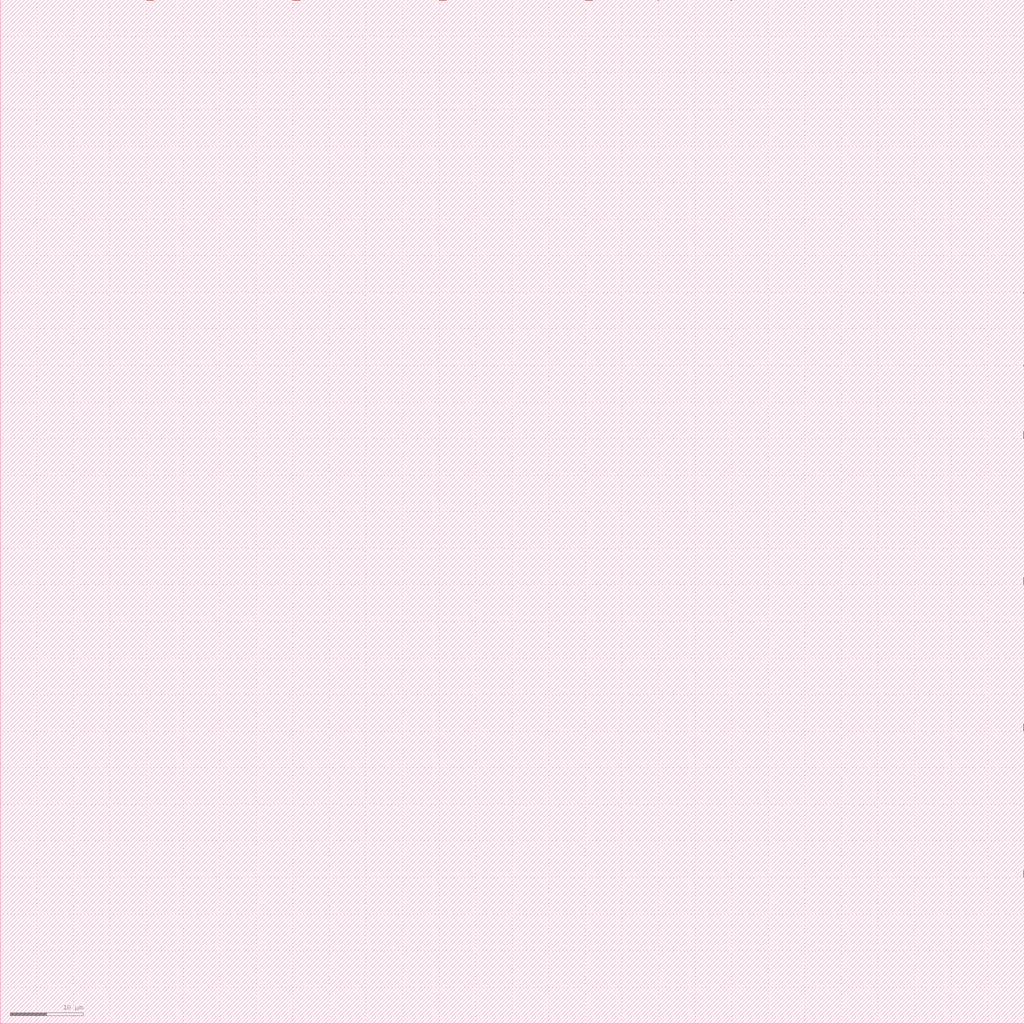
<source format=lef>
VERSION 5.8 ;

#NAMESCASESENSITIVE ON ;
USEMINSPACING OBS OFF ;
#BUSBITCHARS "[]" ;

# UNITS
# YBASE MICRON 1000 ;
# END UNITS

SITE IOSITE
  SYMMETRY Y ;
  CLASS PAD ;
  SIZE    1.000 BY 140.000 ;
END IOSITE

MACRO DUMMY_BUMP
  CLASS COVER BUMP ;
  ORIGIN 0 0 ;
  SIZE 45 BY 45 ;
  SYMMETRY X Y R90 ;
  PIN PAD
    DIRECTION INOUT ;
    PORT
      LAYER metal10 ;
        RECT 0.0 0.0 45.0 45.0 ;
    END
  END PAD
END DUMMY_BUMP

MACRO PADCELL_SIG_V
  CLASS PAD AREAIO ;
  ORIGIN 0 0 ;
  FOREIGN PADCELL_SIG_V 0 0 ;
  SIZE 25.0 BY 140 ;
  SYMMETRY X Y R90 ;
  SITE IOSITE ;
  PIN PAD 
    USE SIGNAL ;
    DIRECTION INOUT ;
    PORT
      CLASS BUMP ;
      LAYER metal9 ;
        RECT 10.0 50.0 20.0 55.0 ;
    END
  END PAD
  PIN A
    USE SIGNAL ;
    DIRECTION INPUT ;
    PORT
      CLASS CORE ;
      LAYER metal4 ;
        RECT 13.170 139.900 13.330 140.000 ;
      LAYER metal5 ; 
        RECT 13.170 139.900 13.330 140.000 ;
      LAYER metal6 ; 
        RECT 13.170 139.900 13.330 140.000 ;
      LAYER metal7 ; 
        RECT 13.170 139.900 13.330 140.000 ;
      LAYER metal8 ;
        RECT 13.170 139.900 13.330 140.000 ;
    END
  END A
  PIN Y
    USE SIGNAL ;
    DIRECTION OUTPUT ;
    PORT
      CLASS CORE ;
      LAYER metal4 ;
        RECT 28.936 139.900 29.096 140.000 ;
      LAYER metal5 ;
        RECT 28.936 139.900 29.096 140.000 ;
      LAYER metal6 ;
        RECT 28.936 139.900 29.096 140.000 ;
      LAYER metal7 ;
        RECT 28.936 139.900 29.096 140.000 ;
      LAYER metal8 ;
        RECT 28.936 139.900 29.096 140.000 ;
    END
  END Y
  PIN PU
    USE SIGNAL ;
    DIRECTION OUTPUT ;
    PORT
      CLASS CORE ;
      LAYER metal4 ;
        RECT 15.170 139.900 15.330 140.000 ;
      LAYER metal5 ;
        RECT 15.170 139.900 15.330 140.000 ;
      LAYER metal6 ;
        RECT 15.170 139.900 15.330 140.000 ;
      LAYER metal7 ;
        RECT 15.170 139.900 15.330 140.000 ;
      LAYER metal8 ;
        RECT 15.170 139.900 15.330 140.000 ;
    END
  END PU
  PIN OE
    USE SIGNAL ;
    DIRECTION OUTPUT ;
    PORT
      CLASS CORE ;
      LAYER metal4 ;
        RECT 15.170 139.900 15.330 140.000 ;
      LAYER metal5 ;
        RECT 15.170 139.900 15.330 140.000 ;
      LAYER metal6 ;
        RECT 15.170 139.900 15.330 140.000 ;
      LAYER metal7 ;
        RECT 15.170 139.900 15.330 140.000 ;
      LAYER metal8 ;
        RECT 15.170 139.900 15.330 140.000 ;
    END
  END OE
  PIN RETN
    USE SIGNAL ;
    DIRECTION INPUT ;
    SHAPE ABUTMENT ;
    PORT 
      LAYER metal4 ;
        RECT  0.000  99.900  0.100 100.00 ;
      LAYER metal4 ;
        RECT 24.900  99.900 25.000 100.00 ;
    END
  END RETN
  PIN SNS
    USE SIGNAL ;
    DIRECTION INPUT ;
    SHAPE ABUTMENT ;
    PORT 
      LAYER metal4 ;
        RECT  0.000  89.900  0.100 90.00 ;
      LAYER metal4 ;
        RECT 24.900  89.900 25.000 90.00 ;
    END
  END SNS
  PIN VDD
    USE POWER ;
    PORT
      CLASS CORE ;
      LAYER metal4 ;
      RECT 0.000 20.0 0.100 21.0 ;
      LAYER metal4 ;
      RECT 24.90 20.0 25.00 21.0 ;
    END
  END VDD
  PIN VSS
    USE GROUND ;
    PORT
      CLASS CORE ;
      LAYER metal4 ;
      RECT 0.000 40.0 0.100 41.0 ;
      LAYER metal4 ;
      RECT 24.90 40.0 25.00 41.0 ;
    END
  END VSS
  PIN DVDD
    USE POWER ;
    PORT
      CLASS CORE ;
      LAYER metal4 ;
      RECT 0.000 60.0 0.100 61.0 ;
      LAYER metal4 ;
      RECT 24.90 60.0 25.00 61.0 ;
    END
  END DVDD
  PIN DVSS
    USE GROUND ;
    PORT
      CLASS CORE ;
      LAYER metal4 ;
      RECT 0.000 80.0 0.100 81.0 ;
      LAYER metal4 ;
      RECT 24.90 80.0 25.00 81.0 ;
    END
  END DVSS
END PADCELL_SIG_V

MACRO PADCELL_SIG_H
  CLASS PAD AREAIO ;
  ORIGIN 0 0 ;
  SIZE 25.0 BY 140 ;
  SYMMETRY X Y R90 ;
  PIN PAD 
    DIRECTION INOUT ;
    PORT
      LAYER metal9 ;
        RECT 10.0 50.0 20.0 55.0 ;
    END
  END PAD
  PIN A
    USE SIGNAL ;
    DIRECTION INPUT ;
    PORT
      CLASS CORE ;
      LAYER metal4 ;
        RECT 13.170 104.900 13.330 105.000 ;
      LAYER metal5 ; 
        RECT 13.170 104.900 13.330 105.000 ;
      LAYER metal6 ; 
        RECT 13.170 104.900 13.330 105.000 ;
      LAYER metal7 ; 
        RECT 13.170 104.900 13.330 105.000 ;
      LAYER metal8 ;
        RECT 13.170 104.900 13.330 105.000 ;
    END
  END A
  PIN Y
    USE SIGNAL ;
    DIRECTION OUTPUT ;
    PORT
      CLASS CORE ;
      LAYER metal4 ;
        RECT 28.936 104.900 29.096 105.000 ;
      LAYER metal5 ; 
        RECT 28.936 104.900 29.096 105.000 ;
      LAYER metal6 ; 
        RECT 28.936 104.900 29.096 105.000 ;
      LAYER metal7 ; 
        RECT 28.936 104.900 29.096 105.000 ;
      LAYER metal8 ; 
        RECT 28.936 104.900 29.096 105.000 ;
      LAYER metal9 ; 
        RECT 28.936 104.900 29.096 105.000 ;
    END
  END Y
  PIN PU
    USE SIGNAL ;
    DIRECTION OUTPUT ;
    PORT
      CLASS CORE ;
      LAYER metal4 ;
        RECT 15.170 139.900 15.330 140.000 ;
      LAYER metal5 ;
        RECT 15.170 139.900 15.330 140.000 ;
      LAYER metal6 ;
        RECT 15.170 139.900 15.330 140.000 ;
      LAYER metal7 ;
        RECT 15.170 139.900 15.330 140.000 ;
      LAYER metal8 ;
        RECT 15.170 139.900 15.330 140.000 ;
    END
  END PU
  PIN OE
    USE SIGNAL ;
    DIRECTION OUTPUT ;
    PORT
      CLASS CORE ;
      LAYER metal4 ;
        RECT 15.170 139.900 15.330 140.000 ;
      LAYER metal5 ;
        RECT 15.170 139.900 15.330 140.000 ;
      LAYER metal6 ;
        RECT 15.170 139.900 15.330 140.000 ;
      LAYER metal7 ;
        RECT 15.170 139.900 15.330 140.000 ;
      LAYER metal8 ;
        RECT 15.170 139.900 15.330 140.000 ;
    END
  END OE
  PIN RETN
    USE SIGNAL ;
    DIRECTION INPUT ;
    SHAPE ABUTMENT ;
    PORT 
      LAYER metal4 ;
        RECT  0.000  99.900  0.100 100.00 ;
      LAYER metal4 ;
        RECT 24.900  99.900 25.000 100.00 ;
    END
  END RETN
  PIN SNS
    USE SIGNAL ;
    DIRECTION INPUT ;
    SHAPE ABUTMENT ;
    PORT 
      LAYER metal4 ;
        RECT  0.000  89.900  0.100 90.00 ;
      LAYER metal4 ;
        RECT 24.900  89.900 25.000 90.00 ;
    END
  END SNS
  PIN VDD
    USE POWER ;
    PORT
      CLASS CORE ;
      LAYER metal4 ;
      RECT 0.000 20.0 0.100 21.0 ;
      LAYER metal4 ;
      RECT 24.90 20.0 25.00 21.0 ;
    END
  END VDD
  PIN VSS
    USE GROUND ;
    PORT
      CLASS CORE ;
      LAYER metal4 ;
      RECT 0.000 40.0 0.100 41.0 ;
      LAYER metal4 ;
      RECT 24.90 40.0 25.00 41.0 ;
    END
  END VSS
  PIN DVDD
    USE POWER ;
    PORT
      CLASS CORE ;
      LAYER metal4 ;
      RECT 0.000 60.0 0.100 61.0 ;
      LAYER metal4 ;
      RECT 24.90 60.0 25.00 61.0 ;
    END
  END DVDD
  PIN DVSS
    USE GROUND ;
    PORT
      CLASS CORE ;
      LAYER metal4 ;
      RECT 0.000 80.0 0.100 81.0 ;
      LAYER metal4 ;
      RECT 24.90 80.0 25.00 81.0 ;
    END
  END DVSS
END PADCELL_SIG_H

MACRO PADCELL_VDD_V
  CLASS PAD AREAIO ;
  ORIGIN 0 0 ;
  SIZE 25.0 BY 140 ;
  SYMMETRY X Y R90 ;
  PIN VDD
    DIRECTION INOUT ;
    USE POWER ;
    SHAPE ABUTMENT ;
    PORT
      CLASS BUMP ;
      LAYER metal9 ;
        RECT 10.0 50.0 20.0 55.0 ;
    END
    PORT
      CLASS CORE ;
      LAYER metal4 ;
      RECT 23.155 104.900 23.945 105.000 ;
      LAYER metal4 ;
      RECT 20.995 104.900 21.785 105.000 ;
      LAYER metal4 ;
      RECT 18.835 104.900 19.625 105.000 ;
      LAYER metal4 ;
      RECT 16.565 104.900 17.355 105.000 ;
      LAYER metal4 ;
      RECT 14.295 104.900 15.085 105.000 ;
      LAYER metal4 ;
      RECT 12.135 104.900 12.925 105.000 ;
      LAYER metal4 ;
      RECT 9.975 104.900 10.765 105.000 ;
      LAYER metal4 ;
      RECT 7.815 104.900 8.605 105.000 ;
      LAYER metal4 ;
      RECT 5.655 104.900 6.445 105.000 ;
      LAYER metal4 ;
      RECT 3.495 104.900 4.285 105.000 ;
      LAYER metal4 ;
      RECT 1.335 104.900 2.125 105.000 ;
      LAYER metal5 ;
      RECT 23.155 104.900 23.945 105.000 ;
      LAYER metal5 ;
      RECT 20.995 104.900 21.785 105.000 ;
      LAYER metal5 ;
      RECT 18.835 104.900 19.625 105.000 ;
      LAYER metal5 ;
      RECT 16.565 104.900 17.355 105.000 ;
      LAYER metal5 ;
      RECT 14.295 104.900 15.085 105.000 ;
      LAYER metal5 ;
      RECT 12.135 104.900 12.925 105.000 ;
      LAYER metal5 ;
      RECT 9.975 104.900 10.765 105.000 ;
      LAYER metal5 ;
      RECT 7.815 104.900 8.605 105.000 ;
      LAYER metal5 ;
      RECT 5.655 104.900 6.445 105.000 ;
      LAYER metal5 ;
      RECT 3.495 104.900 4.285 105.000 ;
      LAYER metal5 ;
      RECT 1.335 104.900 2.125 105.000 ;
      LAYER metal6 ;
      RECT 23.155 104.900 23.945 105.000 ;
      LAYER metal6 ;
      RECT 20.995 104.900 21.785 105.000 ;
      LAYER metal6 ;
      RECT 18.835 104.900 19.625 105.000 ;
      LAYER metal6 ;
      RECT 16.565 104.900 17.355 105.000 ;
      LAYER metal6 ;
      RECT 14.295 104.900 15.085 105.000 ;
      LAYER metal6 ;
      RECT 12.135 104.900 12.925 105.000 ;
      LAYER metal6 ;
      RECT 9.975 104.900 10.765 105.000 ;
      LAYER metal6 ;
      RECT 7.815 104.900 8.605 105.000 ;
      LAYER metal6 ;
      RECT 5.655 104.900 6.445 105.000 ;
      LAYER metal6 ;
      RECT 3.495 104.900 4.285 105.000 ;
      LAYER metal6 ;
      RECT 1.335 104.900 2.125 105.000 ;
      LAYER metal7 ;
      RECT 23.155 104.900 23.945 105.000 ;
      LAYER metal7 ;
      RECT 20.995 104.900 21.785 105.000 ;
      LAYER metal7 ;
      RECT 18.835 104.900 19.625 105.000 ;
      LAYER metal7 ;
      RECT 16.565 104.900 17.355 105.000 ;
      LAYER metal7 ;
      RECT 14.295 104.900 15.085 105.000 ;
      LAYER metal7 ;
      RECT 12.135 104.900 12.925 105.000 ;
      LAYER metal7 ;
      RECT 9.975 104.900 10.765 105.000 ;
      LAYER metal7 ;
      RECT 7.815 104.900 8.605 105.000 ;
      LAYER metal7 ;
      RECT 5.655 104.900 6.445 105.000 ;
      LAYER metal7 ;
      RECT 3.495 104.900 4.285 105.000 ;
      LAYER metal7 ;
      RECT 1.335 104.900 2.125 105.000 ;
      LAYER metal8 ;
      RECT 23.155 104.900 23.945 105.000 ;
      LAYER metal8 ;
      RECT 20.995 104.900 21.785 105.000 ;
      LAYER metal8 ;
      RECT 18.835 104.900 19.625 105.000 ;
      LAYER metal8 ;
      RECT 16.565 104.900 17.355 105.000 ;
      LAYER metal8 ;
      RECT 14.295 104.900 15.085 105.000 ;
      LAYER metal8 ;
      RECT 12.135 104.900 12.925 105.000 ;
      LAYER metal8 ;
      RECT 9.975 104.900 10.765 105.000 ;
      LAYER metal8 ;
      RECT 7.815 104.900 8.605 105.000 ;
      LAYER metal8 ;
      RECT 5.655 104.900 6.445 105.000 ;
      LAYER metal8 ;
      RECT 3.495 104.900 4.285 105.000 ;
      LAYER metal8 ;
      RECT 1.335 104.900 2.125 105.000 ;
      LAYER metal4 ;
      RECT 0.000 20.0 0.100 21.0 ;
      LAYER metal4 ;
      RECT 24.90 20.0 25.00 21.0 ;
    END
  END VDD
  PIN VSS
    USE GROUND ;
    PORT
      CLASS CORE ;
      LAYER metal4 ;
      RECT 0.000 40.0 0.100 41.0 ;
      LAYER metal4 ;
      RECT 24.90 40.0 25.00 41.0 ;
    END
  END VSS
  PIN DVDD
    USE POWER ;
    PORT
      CLASS CORE ;
      LAYER metal4 ;
      RECT 0.000 60.0 0.100 61.0 ;
      LAYER metal4 ;
      RECT 24.90 60.0 25.00 61.0 ;
    END
  END DVDD
  PIN DVSS
    USE GROUND ;
    PORT
      CLASS CORE ;
      LAYER metal4 ;
      RECT 0.000 80.0 0.100 81.0 ;
      LAYER metal4 ;
      RECT 24.90 80.0 25.00 81.0 ;
    END
  END DVSS
  PIN RETN
    USE SIGNAL ;
    DIRECTION INPUT ;
    SHAPE ABUTMENT ;
    PORT 
      LAYER metal4 ;
        RECT  0.000  99.900  0.100 100.00 ;
      LAYER metal4 ;
        RECT 24.900  99.900 25.000 100.00 ;
    END
  END RETN
  PIN SNS
    USE SIGNAL ;
    DIRECTION INPUT ;
    SHAPE ABUTMENT ;
    PORT 
      LAYER metal4 ;
        RECT  0.000  89.900  0.100 90.00 ;
      LAYER metal4 ;
        RECT 24.900  89.900 25.000 90.00 ;
    END
  END SNS
END PADCELL_VDD_V

MACRO PADCELL_VDD_H
  CLASS PAD AREAIO ;
  ORIGIN 0 0 ;
  SIZE 25.0 BY 140 ;
  SYMMETRY X Y R90 ;
  PIN VDD
    DIRECTION INOUT ;
    USE POWER ;
    SHAPE ABUTMENT ;
    PORT
      CLASS BUMP ;
      LAYER metal9 ;
        RECT 10.0 50.0 20.0 55.0 ;
    END
    PORT
      CLASS CORE ;
      LAYER metal4 ;
      RECT 23.155 104.900 23.945 105.000 ;
      LAYER metal4 ;
      RECT 20.995 104.900 21.785 105.000 ;
      LAYER metal4 ;
      RECT 18.835 104.900 19.625 105.000 ;
      LAYER metal4 ;
      RECT 16.565 104.900 17.355 105.000 ;
      LAYER metal4 ;
      RECT 14.295 104.900 15.085 105.000 ;
      LAYER metal4 ;
      RECT 12.135 104.900 12.925 105.000 ;
      LAYER metal4 ;
      RECT 9.975 104.900 10.765 105.000 ;
      LAYER metal4 ;
      RECT 7.815 104.900 8.605 105.000 ;
      LAYER metal4 ;
      RECT 5.655 104.900 6.445 105.000 ;
      LAYER metal4 ;
      RECT 3.495 104.900 4.285 105.000 ;
      LAYER metal4 ;
      RECT 1.335 104.900 2.125 105.000 ;
      LAYER metal5 ;
      RECT 23.155 104.900 23.945 105.000 ;
      LAYER metal5 ;
      RECT 20.995 104.900 21.785 105.000 ;
      LAYER metal5 ;
      RECT 18.835 104.900 19.625 105.000 ;
      LAYER metal5 ;
      RECT 16.565 104.900 17.355 105.000 ;
      LAYER metal5 ;
      RECT 14.295 104.900 15.085 105.000 ;
      LAYER metal5 ;
      RECT 12.135 104.900 12.925 105.000 ;
      LAYER metal5 ;
      RECT 9.975 104.900 10.765 105.000 ;
      LAYER metal5 ;
      RECT 7.815 104.900 8.605 105.000 ;
      LAYER metal5 ;
      RECT 5.655 104.900 6.445 105.000 ;
      LAYER metal5 ;
      RECT 3.495 104.900 4.285 105.000 ;
      LAYER metal5 ;
      RECT 1.335 104.900 2.125 105.000 ;
      LAYER metal6 ;
      RECT 23.155 104.900 23.945 105.000 ;
      LAYER metal6 ;
      RECT 20.995 104.900 21.785 105.000 ;
      LAYER metal6 ;
      RECT 18.835 104.900 19.625 105.000 ;
      LAYER metal6 ;
      RECT 16.565 104.900 17.355 105.000 ;
      LAYER metal6 ;
      RECT 14.295 104.900 15.085 105.000 ;
      LAYER metal6 ;
      RECT 12.135 104.900 12.925 105.000 ;
      LAYER metal6 ;
      RECT 9.975 104.900 10.765 105.000 ;
      LAYER metal6 ;
      RECT 7.815 104.900 8.605 105.000 ;
      LAYER metal6 ;
      RECT 5.655 104.900 6.445 105.000 ;
      LAYER metal6 ;
      RECT 3.495 104.900 4.285 105.000 ;
      LAYER metal6 ;
      RECT 1.335 104.900 2.125 105.000 ;
      LAYER metal7 ;
      RECT 23.155 104.900 23.945 105.000 ;
      LAYER metal7 ;
      RECT 20.995 104.900 21.785 105.000 ;
      LAYER metal7 ;
      RECT 18.835 104.900 19.625 105.000 ;
      LAYER metal7 ;
      RECT 16.565 104.900 17.355 105.000 ;
      LAYER metal7 ;
      RECT 14.295 104.900 15.085 105.000 ;
      LAYER metal7 ;
      RECT 12.135 104.900 12.925 105.000 ;
      LAYER metal7 ;
      RECT 9.975 104.900 10.765 105.000 ;
      LAYER metal7 ;
      RECT 7.815 104.900 8.605 105.000 ;
      LAYER metal7 ;
      RECT 5.655 104.900 6.445 105.000 ;
      LAYER metal7 ;
      RECT 3.495 104.900 4.285 105.000 ;
      LAYER metal7 ;
      RECT 1.335 104.900 2.125 105.000 ;
      LAYER metal8 ;
      RECT 23.155 104.900 23.945 105.000 ;
      LAYER metal8 ;
      RECT 20.995 104.900 21.785 105.000 ;
      LAYER metal8 ;
      RECT 18.835 104.900 19.625 105.000 ;
      LAYER metal8 ;
      RECT 16.565 104.900 17.355 105.000 ;
      LAYER metal8 ;
      RECT 14.295 104.900 15.085 105.000 ;
      LAYER metal8 ;
      RECT 12.135 104.900 12.925 105.000 ;
      LAYER metal8 ;
      RECT 9.975 104.900 10.765 105.000 ;
      LAYER metal8 ;
      RECT 7.815 104.900 8.605 105.000 ;
      LAYER metal8 ;
      RECT 5.655 104.900 6.445 105.000 ;
      LAYER metal8 ;
      RECT 3.495 104.900 4.285 105.000 ;
      LAYER metal8 ;
      RECT 1.335 104.900 2.125 105.000 ;
      LAYER metal4 ;
      RECT 0.000 20.0 0.100 21.0 ;
      LAYER metal4 ;
      RECT 24.90 20.0 25.00 21.0 ;
    END
  END VDD
  PIN VSS
    USE GROUND ;
    PORT
      CLASS CORE ;
      LAYER metal4 ;
      RECT 0.000 40.0 0.100 41.0 ;
      LAYER metal4 ;
      RECT 24.90 40.0 25.00 41.0 ;
    END
  END VSS
  PIN DVDD
    USE POWER ;
    PORT
      CLASS CORE ;
      LAYER metal4 ;
      RECT 0.000 60.0 0.100 61.0 ;
      LAYER metal4 ;
      RECT 24.90 60.0 25.00 61.0 ;
    END
  END DVDD
  PIN DVSS
    USE GROUND ;
    PORT
      CLASS CORE ;
      LAYER metal4 ;
      RECT 0.000 80.0 0.100 81.0 ;
      LAYER metal4 ;
      RECT 24.90 80.0 25.00 81.0 ;
    END
  END DVSS
  PIN RETN
    USE SIGNAL ;
    DIRECTION INPUT ;
    SHAPE ABUTMENT ;
    PORT 
      LAYER metal4 ;
        RECT  0.000  99.900  0.100 100.00 ;
      LAYER metal4 ;
        RECT 24.900  99.900 25.000 100.00 ;
    END
  END RETN
  PIN SNS
    USE SIGNAL ;
    DIRECTION INPUT ;
    SHAPE ABUTMENT ;
    PORT 
      LAYER metal4 ;
        RECT  0.000  89.900  0.100 90.00 ;
      LAYER metal4 ;
        RECT 24.900  89.900 25.000 90.00 ;
    END
  END SNS
END PADCELL_VDD_H

MACRO PADCELL_VSS_H
  CLASS PAD AREAIO ;
  ORIGIN 0 0 ;
  SIZE 25.0 BY 140 ;
  SYMMETRY X Y R90 ;
  PIN VSS
    DIRECTION INOUT ;
    USE GROUND ;
    SHAPE ABUTMENT ;
    PORT
      CLASS BUMP ;
      LAYER metal9 ;
        RECT 10.0 50.0 20.0 55.0 ;
    END
    PORT
      CLASS CORE ;
      LAYER metal4 ;
      RECT 23.155 104.900 23.945 105.000 ;
      LAYER metal4 ;
      RECT 20.995 104.900 21.785 105.000 ;
      LAYER metal4 ;
      RECT 18.835 104.900 19.625 105.000 ;
      LAYER metal4 ;
      RECT 16.565 104.900 17.355 105.000 ;
      LAYER metal4 ;
      RECT 14.295 104.900 15.085 105.000 ;
      LAYER metal4 ;
      RECT 12.135 104.900 12.925 105.000 ;
      LAYER metal4 ;
      RECT 9.975 104.900 10.765 105.000 ;
      LAYER metal4 ;
      RECT 7.815 104.900 8.605 105.000 ;
      LAYER metal4 ;
      RECT 5.655 104.900 6.445 105.000 ;
      LAYER metal4 ;
      RECT 3.495 104.900 4.285 105.000 ;
      LAYER metal4 ;
      RECT 1.335 104.900 2.125 105.000 ;
      LAYER metal5 ;
      RECT 23.155 104.900 23.945 105.000 ;
      LAYER metal5 ;
      RECT 20.995 104.900 21.785 105.000 ;
      LAYER metal5 ;
      RECT 18.835 104.900 19.625 105.000 ;
      LAYER metal5 ;
      RECT 16.565 104.900 17.355 105.000 ;
      LAYER metal5 ;
      RECT 14.295 104.900 15.085 105.000 ;
      LAYER metal5 ;
      RECT 12.135 104.900 12.925 105.000 ;
      LAYER metal5 ;
      RECT 9.975 104.900 10.765 105.000 ;
      LAYER metal5 ;
      RECT 7.815 104.900 8.605 105.000 ;
      LAYER metal5 ;
      RECT 5.655 104.900 6.445 105.000 ;
      LAYER metal5 ;
      RECT 3.495 104.900 4.285 105.000 ;
      LAYER metal5 ;
      RECT 1.335 104.900 2.125 105.000 ;
      LAYER metal6 ;
      RECT 23.155 104.900 23.945 105.000 ;
      LAYER metal6 ;
      RECT 20.995 104.900 21.785 105.000 ;
      LAYER metal6 ;
      RECT 18.835 104.900 19.625 105.000 ;
      LAYER metal6 ;
      RECT 16.565 104.900 17.355 105.000 ;
      LAYER metal6 ;
      RECT 14.295 104.900 15.085 105.000 ;
      LAYER metal6 ;
      RECT 12.135 104.900 12.925 105.000 ;
      LAYER metal6 ;
      RECT 9.975 104.900 10.765 105.000 ;
      LAYER metal6 ;
      RECT 7.815 104.900 8.605 105.000 ;
      LAYER metal6 ;
      RECT 5.655 104.900 6.445 105.000 ;
      LAYER metal6 ;
      RECT 3.495 104.900 4.285 105.000 ;
      LAYER metal6 ;
      RECT 1.335 104.900 2.125 105.000 ;
      LAYER metal7 ;
      RECT 23.155 104.900 23.945 105.000 ;
      LAYER metal7 ;
      RECT 20.995 104.900 21.785 105.000 ;
      LAYER metal7 ;
      RECT 18.835 104.900 19.625 105.000 ;
      LAYER metal7 ;
      RECT 16.565 104.900 17.355 105.000 ;
      LAYER metal7 ;
      RECT 14.295 104.900 15.085 105.000 ;
      LAYER metal7 ;
      RECT 12.135 104.900 12.925 105.000 ;
      LAYER metal7 ;
      RECT 9.975 104.900 10.765 105.000 ;
      LAYER metal7 ;
      RECT 7.815 104.900 8.605 105.000 ;
      LAYER metal7 ;
      RECT 5.655 104.900 6.445 105.000 ;
      LAYER metal7 ;
      RECT 3.495 104.900 4.285 105.000 ;
      LAYER metal7 ;
      RECT 1.335 104.900 2.125 105.000 ;
      LAYER metal8 ;
      RECT 23.155 104.900 23.945 105.000 ;
      LAYER metal8 ;
      RECT 20.995 104.900 21.785 105.000 ;
      LAYER metal8 ;
      RECT 18.835 104.900 19.625 105.000 ;
      LAYER metal8 ;
      RECT 16.565 104.900 17.355 105.000 ;
      LAYER metal8 ;
      RECT 14.295 104.900 15.085 105.000 ;
      LAYER metal8 ;
      RECT 12.135 104.900 12.925 105.000 ;
      LAYER metal8 ;
      RECT 9.975 104.900 10.765 105.000 ;
      LAYER metal8 ;
      RECT 7.815 104.900 8.605 105.000 ;
      LAYER metal8 ;
      RECT 5.655 104.900 6.445 105.000 ;
      LAYER metal8 ;
      RECT 3.495 104.900 4.285 105.000 ;
      LAYER metal8 ;
      RECT 1.335 104.900 2.125 105.000 ;
      LAYER metal4 ;
      RECT 0.000 40.0 0.100 41.0 ;
      LAYER metal4 ;
      RECT 24.90 40.0 25.00 41.0 ;
    END
  END VSS
  PIN VDD
    USE POWER ;
    PORT
      CLASS CORE ;
      LAYER metal4 ;
      RECT 0.000 20.0 0.100 21.0 ;
      LAYER metal4 ;
      RECT 24.90 20.0 25.00 21.0 ;
    END
  END VDD
  PIN DVDD
    USE POWER ;
    PORT
      CLASS CORE ;
      LAYER metal4 ;
      RECT 0.000 60.0 0.100 61.0 ;
      LAYER metal4 ;
      RECT 24.90 60.0 25.00 61.0 ;
    END
  END DVDD
  PIN DVSS
    USE GROUND ;
    PORT
      CLASS CORE ;
      LAYER metal4 ;
      RECT 0.000 80.0 0.100 81.0 ;
      LAYER metal4 ;
      RECT 24.90 80.0 25.00 81.0 ;
    END
  END DVSS
  PIN RETN
    USE SIGNAL ;
    DIRECTION INPUT ;
    SHAPE ABUTMENT ;
    PORT 
      LAYER metal4 ;
        RECT  0.000  99.900  0.100 100.00 ;
      LAYER metal4 ;
        RECT 24.900  99.900 25.000 100.00 ;
    END
  END RETN
  PIN SNS
    USE SIGNAL ;
    DIRECTION INPUT ;
    SHAPE ABUTMENT ;
    PORT 
      LAYER metal4 ;
        RECT  0.000  89.900  0.100 90.00 ;
      LAYER metal4 ;
        RECT 24.900  89.900 25.000 90.00 ;
    END
  END SNS
END PADCELL_VSS_H

MACRO PADCELL_VSS_V
  CLASS PAD AREAIO ;
  ORIGIN 0 0 ;
  SIZE 25.0 BY 140 ;
  SYMMETRY X Y R90 ;
  PIN VSS
    DIRECTION INOUT ;
    USE GROUND ;
    SHAPE ABUTMENT ;
    PORT
      CLASS BUMP ;
      LAYER metal9 ;
        RECT 10.0 50.0 20.0 55.0 ;
    END
    PORT
      CLASS CORE ;
      LAYER metal4 ;
      RECT 23.155 104.900 23.945 105.000 ;
      LAYER metal4 ;
      RECT 20.995 104.900 21.785 105.000 ;
      LAYER metal4 ;
      RECT 18.835 104.900 19.625 105.000 ;
      LAYER metal4 ;
      RECT 16.565 104.900 17.355 105.000 ;
      LAYER metal4 ;
      RECT 14.295 104.900 15.085 105.000 ;
      LAYER metal4 ;
      RECT 12.135 104.900 12.925 105.000 ;
      LAYER metal4 ;
      RECT 9.975 104.900 10.765 105.000 ;
      LAYER metal4 ;
      RECT 7.815 104.900 8.605 105.000 ;
      LAYER metal4 ;
      RECT 5.655 104.900 6.445 105.000 ;
      LAYER metal4 ;
      RECT 3.495 104.900 4.285 105.000 ;
      LAYER metal4 ;
      RECT 1.335 104.900 2.125 105.000 ;
      LAYER metal5 ;
      RECT 23.155 104.900 23.945 105.000 ;
      LAYER metal5 ;
      RECT 20.995 104.900 21.785 105.000 ;
      LAYER metal5 ;
      RECT 18.835 104.900 19.625 105.000 ;
      LAYER metal5 ;
      RECT 16.565 104.900 17.355 105.000 ;
      LAYER metal5 ;
      RECT 14.295 104.900 15.085 105.000 ;
      LAYER metal5 ;
      RECT 12.135 104.900 12.925 105.000 ;
      LAYER metal5 ;
      RECT 9.975 104.900 10.765 105.000 ;
      LAYER metal5 ;
      RECT 7.815 104.900 8.605 105.000 ;
      LAYER metal5 ;
      RECT 5.655 104.900 6.445 105.000 ;
      LAYER metal5 ;
      RECT 3.495 104.900 4.285 105.000 ;
      LAYER metal5 ;
      RECT 1.335 104.900 2.125 105.000 ;
      LAYER metal6 ;
      RECT 23.155 104.900 23.945 105.000 ;
      LAYER metal6 ;
      RECT 20.995 104.900 21.785 105.000 ;
      LAYER metal6 ;
      RECT 18.835 104.900 19.625 105.000 ;
      LAYER metal6 ;
      RECT 16.565 104.900 17.355 105.000 ;
      LAYER metal6 ;
      RECT 14.295 104.900 15.085 105.000 ;
      LAYER metal6 ;
      RECT 12.135 104.900 12.925 105.000 ;
      LAYER metal6 ;
      RECT 9.975 104.900 10.765 105.000 ;
      LAYER metal6 ;
      RECT 7.815 104.900 8.605 105.000 ;
      LAYER metal6 ;
      RECT 5.655 104.900 6.445 105.000 ;
      LAYER metal6 ;
      RECT 3.495 104.900 4.285 105.000 ;
      LAYER metal6 ;
      RECT 1.335 104.900 2.125 105.000 ;
      LAYER metal7 ;
      RECT 23.155 104.900 23.945 105.000 ;
      LAYER metal7 ;
      RECT 20.995 104.900 21.785 105.000 ;
      LAYER metal7 ;
      RECT 18.835 104.900 19.625 105.000 ;
      LAYER metal7 ;
      RECT 16.565 104.900 17.355 105.000 ;
      LAYER metal7 ;
      RECT 14.295 104.900 15.085 105.000 ;
      LAYER metal7 ;
      RECT 12.135 104.900 12.925 105.000 ;
      LAYER metal7 ;
      RECT 9.975 104.900 10.765 105.000 ;
      LAYER metal7 ;
      RECT 7.815 104.900 8.605 105.000 ;
      LAYER metal7 ;
      RECT 5.655 104.900 6.445 105.000 ;
      LAYER metal7 ;
      RECT 3.495 104.900 4.285 105.000 ;
      LAYER metal7 ;
      RECT 1.335 104.900 2.125 105.000 ;
      LAYER metal8 ;
      RECT 23.155 104.900 23.945 105.000 ;
      LAYER metal8 ;
      RECT 20.995 104.900 21.785 105.000 ;
      LAYER metal8 ;
      RECT 18.835 104.900 19.625 105.000 ;
      LAYER metal8 ;
      RECT 16.565 104.900 17.355 105.000 ;
      LAYER metal8 ;
      RECT 14.295 104.900 15.085 105.000 ;
      LAYER metal8 ;
      RECT 12.135 104.900 12.925 105.000 ;
      LAYER metal8 ;
      RECT 9.975 104.900 10.765 105.000 ;
      LAYER metal8 ;
      RECT 7.815 104.900 8.605 105.000 ;
      LAYER metal8 ;
      RECT 5.655 104.900 6.445 105.000 ;
      LAYER metal8 ;
      RECT 3.495 104.900 4.285 105.000 ;
      LAYER metal8 ;
      RECT 1.335 104.900 2.125 105.000 ;
      LAYER metal4 ;
      RECT 0.000 40.0 0.100 41.0 ;
      LAYER metal4 ;
      RECT 24.90 40.0 25.00 41.0 ;
    END
  END VSS
  PIN VDD
    USE POWER ;
    PORT
      CLASS CORE ;
      LAYER metal4 ;
      RECT 0.000 20.0 0.100 21.0 ;
      LAYER metal4 ;
      RECT 24.90 20.0 25.00 21.0 ;
    END
  END VDD
  PIN DVDD
    USE POWER ;
    PORT
      CLASS CORE ;
      LAYER metal4 ;
      RECT 0.000 60.0 0.100 61.0 ;
      LAYER metal4 ;
      RECT 24.90 60.0 25.00 61.0 ;
    END
  END DVDD
  PIN DVSS
    USE GROUND ;
    PORT
      CLASS CORE ;
      LAYER metal4 ;
      RECT 0.000 80.0 0.100 81.0 ;
      LAYER metal4 ;
      RECT 24.90 80.0 25.00 81.0 ;
    END
  END DVSS
  PIN RETN
    USE SIGNAL ;
    DIRECTION INPUT ;
    SHAPE ABUTMENT ;
    PORT 
      LAYER metal4 ;
        RECT  0.000  99.900  0.100 100.00 ;
      LAYER metal4 ;
        RECT 24.900  99.900 25.000 100.00 ;
    END
  END RETN
  PIN SNS
    USE SIGNAL ;
    DIRECTION INPUT ;
    SHAPE ABUTMENT ;
    PORT 
      LAYER metal4 ;
        RECT  0.000  89.900  0.100 90.00 ;
      LAYER metal4 ;
        RECT 24.900  89.900 25.000 90.00 ;
    END
  END SNS
END PADCELL_VSS_V

MACRO PADCELL_VDDIO_H
  CLASS PAD AREAIO ;
  ORIGIN 0 0 ;
  SIZE 25.0 BY 140 ;
  SYMMETRY X Y R90 ;
  PIN DVDD
    DIRECTION INOUT ;
    USE POWER ;
    SHAPE ABUTMENT ;
    PORT
      CLASS BUMP ;
      LAYER metal9 ;
        RECT 10.0 50.0 20.0 55.0 ;
    END
    PORT
      CLASS CORE ;
      LAYER metal4 ;
      RECT 0.000 60.0 0.100 61.0 ;
      LAYER metal4 ;
      RECT 24.90 60.0 25.00 61.0 ;
    END
  END DVDD
  PIN VDD
    USE POWER ;
    PORT
      CLASS CORE ;
      LAYER metal4 ;
      RECT 0.000 20.0 0.100 21.0 ;
      LAYER metal4 ;
      RECT 24.90 20.0 25.00 21.0 ;
    END
  END VDD
  PIN VSS
    USE GROUND ;
    PORT
      CLASS CORE ;
      LAYER metal4 ;
      RECT 0.000 40.0 0.100 41.0 ;
      LAYER metal4 ;
      RECT 24.90 40.0 25.00 41.0 ;
    END
  END VSS
  PIN DVSS
    USE GROUND ;
    PORT
      CLASS CORE ;
      LAYER metal4 ;
      RECT 0.000 80.0 0.100 81.0 ;
      LAYER metal4 ;
      RECT 24.90 80.0 25.00 81.0 ;
    END
  END DVSS
  PIN RETN
    USE SIGNAL ;
    DIRECTION INPUT ;
    SHAPE ABUTMENT ;
    PORT 
      LAYER metal4 ;
        RECT  0.000  99.900  0.100 100.00 ;
      LAYER metal4 ;
        RECT 24.900  99.900 25.000 100.00 ;
    END
  END RETN
  PIN SNS
    USE SIGNAL ;
    DIRECTION INPUT ;
    SHAPE ABUTMENT ;
    PORT 
      LAYER metal4 ;
        RECT  0.000  89.900  0.100 90.00 ;
      LAYER metal4 ;
        RECT 24.900  89.900 25.000 90.00 ;
    END
  END SNS
END PADCELL_VDDIO_H

MACRO PADCELL_VDDIO_V
  CLASS PAD AREAIO ;
  ORIGIN 0 0 ;
  SIZE 25.0 BY 140 ;
  SYMMETRY X Y R90 ;
  PIN DVDD
    DIRECTION INOUT ;
    USE POWER ;
    SHAPE ABUTMENT ;
    PORT
      CLASS BUMP ;
      LAYER metal9 ;
        RECT 10.0 50.0 20.0 55.0 ;
    END
    PORT
      CLASS CORE ;
      LAYER metal4 ;
      RECT 0.000 60.0 0.100 61.0 ;
      LAYER metal4 ;
      RECT 24.90 60.0 25.00 61.0 ;
    END
  END DVDD
  PIN VDD
    USE POWER ;
    PORT
      CLASS CORE ;
      LAYER metal4 ;
      RECT 0.000 20.0 0.100 21.0 ;
      LAYER metal4 ;
      RECT 24.90 20.0 25.00 21.0 ;
    END
  END VDD
  PIN VSS
    USE GROUND ;
    PORT
      CLASS CORE ;
      LAYER metal4 ;
      RECT 0.000 40.0 0.100 41.0 ;
      LAYER metal4 ;
      RECT 24.90 40.0 25.00 41.0 ;
    END
  END VSS
  PIN DVSS
    USE GROUND ;
    PORT
      CLASS CORE ;
      LAYER metal4 ;
      RECT 0.000 80.0 0.100 81.0 ;
      LAYER metal4 ;
      RECT 24.90 80.0 25.00 81.0 ;
    END
  END DVSS
  PIN RETN
    USE SIGNAL ;
    DIRECTION INPUT ;
    SHAPE ABUTMENT ;
    PORT 
      LAYER metal4 ;
        RECT  0.000  99.900  0.100 100.00 ;
      LAYER metal4 ;
        RECT 24.900  99.900 25.000 100.00 ;
    END
  END RETN
  PIN SNS
    USE SIGNAL ;
    DIRECTION INPUT ;
    SHAPE ABUTMENT ;
    PORT 
      LAYER metal4 ;
        RECT  0.000  89.900  0.100 90.00 ;
      LAYER metal4 ;
        RECT 24.900  89.900 25.000 90.00 ;
    END
  END SNS
END PADCELL_VDDIO_V

MACRO PADCELL_VSSIO_H
  CLASS PAD AREAIO ;
  ORIGIN 0 0 ;
  SIZE 25.0 BY 140 ;
  SYMMETRY X Y R90 ;
  PIN DVSS
    DIRECTION INOUT ;
    USE GROUND ;
    SHAPE ABUTMENT ;
    PORT
      CLASS BUMP ;
      LAYER metal9 ;
        RECT 10.0 50.0 20.0 55.0 ;
    END
    PORT
      CLASS CORE ;
      LAYER metal4 ;
      RECT 0.000 80.0 0.100 81.0 ;
      LAYER metal4 ;
      RECT 24.90 80.0 25.00 81.0 ;
    END
  END DVSS
  PIN VDD
    USE POWER ;
    PORT
      CLASS CORE ;
      LAYER metal4 ;
      RECT 0.000 20.0 0.100 21.0 ;
      LAYER metal4 ;
      RECT 24.90 20.0 25.00 21.0 ;
    END
  END VDD
  PIN VSS
    USE GROUND ;
    PORT
      CLASS CORE ;
      LAYER metal4 ;
      RECT 0.000 40.0 0.100 41.0 ;
      LAYER metal4 ;
      RECT 24.90 40.0 25.00 41.0 ;
    END
  END VSS
  PIN DVDD
    USE GROUND ;
    PORT
      CLASS CORE ;
      LAYER metal4 ;
      RECT 0.000 60.0 0.100 61.0 ;
      LAYER metal4 ;
      RECT 24.90 60.0 25.00 61.0 ;
    END
  END DVDD
  PIN RETN
    USE SIGNAL ;
    DIRECTION INPUT ;
    SHAPE ABUTMENT ;
    PORT 
      LAYER metal4 ;
        RECT  0.000  99.900  0.100 100.00 ;
      LAYER metal4 ;
        RECT 24.900  99.900 25.000 100.00 ;
    END
  END RETN
  PIN SNS
    USE SIGNAL ;
    DIRECTION INPUT ;
    SHAPE ABUTMENT ;
    PORT 
      LAYER metal4 ;
        RECT  0.000  89.900  0.100 90.00 ;
      LAYER metal4 ;
        RECT 24.900  89.900 25.000 90.00 ;
    END
  END SNS
END PADCELL_VSSIO_H

MACRO PADCELL_VSSIO_V
  CLASS PAD AREAIO ;
  ORIGIN 0 0 ;
  SIZE 25.0 BY 140 ;
  SYMMETRY X Y R90 ;
  PIN DVSS
    DIRECTION INOUT ;
    USE GROUND ;
    SHAPE ABUTMENT ;
    PORT
      CLASS BUMP ;
      LAYER metal9 ;
        RECT 10.0 50.0 20.0 55.0 ;
    END
    PORT
      CLASS CORE ;
      LAYER metal4 ;
      RECT 0.000 80.0 0.100 81.0 ;
      LAYER metal4 ;
      RECT 24.90 80.0 25.00 81.0 ;
    END
  END DVSS
  PIN VDD
    USE POWER ;
    PORT
      CLASS CORE ;
      LAYER metal4 ;
      RECT 0.000 20.0 0.100 21.0 ;
      LAYER metal4 ;
      RECT 24.90 20.0 25.00 21.0 ;
    END
  END VDD
  PIN VSS
    USE GROUND ;
    PORT
      CLASS CORE ;
      LAYER metal4 ;
      RECT 0.000 40.0 0.100 41.0 ;
      LAYER metal4 ;
      RECT 24.90 40.0 25.00 41.0 ;
    END
  END VSS
  PIN DVDD
    USE GROUND ;
    PORT
      CLASS CORE ;
      LAYER metal4 ;
      RECT 0.000 60.0 0.100 61.0 ;
      LAYER metal4 ;
      RECT 24.90 60.0 25.00 61.0 ;
    END
  END DVDD
  PIN RETN
    USE SIGNAL ;
    DIRECTION INPUT ;
    SHAPE ABUTMENT ;
    PORT 
      LAYER metal4 ;
        RECT  0.000  99.900  0.100 100.00 ;
      LAYER metal4 ;
        RECT 24.900  99.900 25.000 100.00 ;
    END
  END RETN
  PIN SNS
    USE SIGNAL ;
    DIRECTION INPUT ;
    SHAPE ABUTMENT ;
    PORT 
      LAYER metal4 ;
        RECT  0.000  89.900  0.100 90.00 ;
      LAYER metal4 ;
        RECT 24.900  89.900 25.000 90.00 ;
    END
  END SNS
END PADCELL_VSSIO_V

MACRO PAD_CORNER
  CLASS ENDCAP BOTTOMLEFT ;
  ORIGIN 0 0 ;
  SIZE 140 BY 140 ;
  SYMMETRY X Y R90 ;
  PIN RETN
    USE SIGNAL ;
    DIRECTION INPUT ;
    SHAPE ABUTMENT ;
    PORT 
      LAYER metal4 ;
        RECT  99.900 139.900 100.000 140.000 ;
      LAYER metal4 ;
        RECT 139.900  99.900 140.000 100.00 ;
    END
  END RETN
  PIN SNS
    USE SIGNAL ;
    DIRECTION INPUT ;
    SHAPE ABUTMENT ;
    PORT 
      LAYER metal4 ;
        RECT  89.900 139.900  90.000 140.000 ;
      LAYER metal4 ;
        RECT 139.900  89.900 140.000  90.00 ;
    END
  END SNS
  PIN VDD
    SHAPE ABUTMENT ;
    DIRECTION INPUT ;
    USE POWER ;
    PORT
      LAYER metal4 ;
        RECT  20.000 139.900  21.000 140.000 ;
      LAYER metal4 ;
        RECT 139.900  20.000 140.000  21.00 ;
    END
  END VDD
  PIN VSS
    SHAPE ABUTMENT ;
    DIRECTION INPUT ;
    USE GROUND ;
    PORT
      CLASS CORE ;
      LAYER metal4 ;
        RECT  40.000 139.900  41.000 140.000 ;
      LAYER metal4 ;
        RECT 139.900  40.000 140.000  41.00 ;
    END
  END VSS
  PIN DVDD
    SHAPE ABUTMENT ;
    DIRECTION INPUT ;
    USE GROUND ;
    PORT
      LAYER metal4 ;
        RECT  60.000 139.900  61.000 140.000 ;
      LAYER metal4 ;
        RECT 139.900  60.000 140.000  61.00 ;
    END
  END DVDD
  PIN DVSS
    SHAPE ABUTMENT ;
    DIRECTION INPUT ;
    USE GROUND ;
    PORT
      LAYER metal4 ;
        RECT  80.000 139.900  81.000 140.000 ;
      LAYER metal4 ;
        RECT 139.900  80.000 140.000  81.00 ;
    END
  END DVSS
END PAD_CORNER

MACRO PAD_FILL1_V
  CLASS PAD SPACER ;
  ORIGIN 0 0 ;
  SIZE 1 BY 140 ;
  SYMMETRY X Y R90 ;
  PIN VDD
    USE POWER ;
    PORT
      CLASS CORE ;
      LAYER metal4 ;
      RECT 0.000 20.0 0.100 21.0 ;
      LAYER metal4 ;
      RECT 0.90 20.0 1.00 21.0 ;
    END
  END VDD
  PIN VSS
    USE GROUND ;
    PORT
      CLASS CORE ;
      LAYER metal4 ;
      RECT 0.000 40.0 0.100 41.0 ;
      LAYER metal4 ;
      RECT 0.90 40.0 1.00 41.0 ;
    END
  END VSS
  PIN DVDD
    USE GROUND ;
    PORT
      CLASS CORE ;
      LAYER metal4 ;
      RECT 0.000 60.0 0.100 61.0 ;
      LAYER metal4 ;
      RECT 0.90 60.0 1.00 61.0 ;
    END
  END DVDD
  PIN DVSS
    DIRECTION INOUT ;
    USE GROUND ;
    SHAPE ABUTMENT ;
    PORT
      CLASS CORE ;
      LAYER metal4 ;
      RECT 0.000 80.0 0.100 81.0 ;
      LAYER metal4 ;
      RECT 0.90 80.0 1.00 81.0 ;
    END
  END DVSS
  PIN RETN
    USE SIGNAL ;
    DIRECTION INPUT ;
    SHAPE ABUTMENT ;
    PORT 
      LAYER metal4 ;
        RECT  0.000  99.900  0.100 100.00 ;
      LAYER metal4 ;
        RECT  0.900  99.900  1.000 100.00 ;
    END
  END RETN
  PIN SNS
    USE SIGNAL ;
    DIRECTION INPUT ;
    SHAPE ABUTMENT ;
    PORT 
      LAYER metal4 ;
        RECT  0.000  89.900  0.100 90.00 ;
      LAYER metal4 ;
        RECT  0.900  89.900  1.000 90.00 ;
    END
  END SNS
END PAD_FILL1_V

MACRO PAD_FILL5_V
  CLASS PAD SPACER ;
  ORIGIN 0 0 ;
  SIZE 5 BY 140 ;
  SYMMETRY X Y R90 ;
  PIN VDD
    USE POWER ;
    PORT
      CLASS CORE ;
      LAYER metal4 ;
      RECT 0.000 20.0 0.100 21.0 ;
      LAYER metal4 ;
      RECT  4.90 20.0  5.00 21.0 ;
    END
  END VDD
  PIN VSS
    USE GROUND ;
    PORT
      CLASS CORE ;
      LAYER metal4 ;
      RECT 0.000 40.0 0.100 41.0 ;
      LAYER metal4 ;
      RECT  4.90 40.0  5.00 41.0 ;
    END
  END VSS
  PIN DVDD
    USE POWER ;
    PORT
      CLASS CORE ;
      LAYER metal4 ;
      RECT 0.000 60.0 0.100 61.0 ;
      LAYER metal4 ;
      RECT  4.90 60.0  5.00 61.0 ;
    END
  END DVDD
  PIN DVSS
    USE GROUND ;
    PORT
      CLASS CORE ;
      LAYER metal4 ;
      RECT 0.000 80.0 0.100 81.0 ;
      LAYER metal4 ;
      RECT  4.90 80.0  5.00 81.0 ;
    END
  END DVSS
  PIN RETN
    USE SIGNAL ;
    DIRECTION INPUT ;
    SHAPE ABUTMENT ;
    PORT 
      LAYER metal4 ;
        RECT  0.000  99.900  0.100 100.00 ;
      LAYER metal4 ;
        RECT  4.900  99.900  5.000 100.00 ;
    END
  END RETN
  PIN SNS
    USE SIGNAL ;
    DIRECTION INPUT ;
    SHAPE ABUTMENT ;
    PORT 
      LAYER metal4 ;
        RECT  0.000  89.900  0.100 90.00 ;
      LAYER metal4 ;
        RECT  4.900  89.900  5.000 90.00 ;
    END
  END SNS
END PAD_FILL5_V

MACRO PAD_FILL1_H
  CLASS PAD SPACER ;
  ORIGIN 0 0 ;
  SIZE 1 BY 140 ;
  SYMMETRY X Y R90 ;
  PIN VDD
    USE POWER ;
    PORT
      CLASS CORE ;
      LAYER metal4 ;
      RECT 0.000 20.0 0.100 21.0 ;
      LAYER metal4 ;
      RECT 0.90 20.0 1.00 21.0 ;
    END
  END VDD
  PIN VSS
    USE GROUND ;
    PORT
      CLASS CORE ;
      LAYER metal4 ;
      RECT 0.000 40.0 0.100 41.0 ;
      LAYER metal4 ;
      RECT 0.90 40.0 1.00 41.0 ;
    END
  END VSS
  PIN DVDD
    USE GROUND ;
    PORT
      CLASS CORE ;
      LAYER metal4 ;
      RECT 0.000 60.0 0.100 61.0 ;
      LAYER metal4 ;
      RECT 0.90 60.0 1.00 61.0 ;
    END
  END DVDD
  PIN DVSS
    DIRECTION INOUT ;
    USE GROUND ;
    SHAPE ABUTMENT ;
    PORT
      CLASS CORE ;
      LAYER metal4 ;
      RECT 0.000 80.0 0.100 81.0 ;
      LAYER metal4 ;
      RECT 0.90 80.0 1.00 81.0 ;
    END
  END DVSS
  PIN RETN
    USE SIGNAL ;
    DIRECTION INPUT ;
    SHAPE ABUTMENT ;
    PORT 
      LAYER metal4 ;
        RECT  0.000  99.900  0.100 100.00 ;
      LAYER metal4 ;
        RECT  0.900  99.900  1.000 100.00 ;
    END
  END RETN
  PIN SNS
    USE SIGNAL ;
    DIRECTION INPUT ;
    SHAPE ABUTMENT ;
    PORT 
      LAYER metal4 ;
        RECT  0.000  89.900  0.100 90.00 ;
      LAYER metal4 ;
        RECT  0.900  89.900  1.000 90.00 ;
    END
  END SNS
END PAD_FILL1_H

MACRO PAD_FILL5_H
  CLASS PAD SPACER ;
  ORIGIN 0 0 ;
  SIZE 5 BY 140 ;
  SYMMETRY X Y R90 ;
  PIN VDD
    USE POWER ;
    PORT
      CLASS CORE ;
      LAYER metal4 ;
      RECT 0.000 20.0 0.100 21.0 ;
      LAYER metal4 ;
      RECT  4.90 20.0  5.00 21.0 ;
    END
  END VDD
  PIN VSS
    USE GROUND ;
    PORT
      CLASS CORE ;
      LAYER metal4 ;
      RECT 0.000 40.0 0.100 41.0 ;
      LAYER metal4 ;
      RECT  4.90 40.0  5.00 41.0 ;
    END
  END VSS
  PIN DVDD
    USE POWER ;
    PORT
      CLASS CORE ;
      LAYER metal4 ;
      RECT 0.000 60.0 0.100 61.0 ;
      LAYER metal4 ;
      RECT  4.90 60.0  5.00 61.0 ;
    END
  END DVDD
  PIN DVSS
    USE GROUND ;
    PORT
      CLASS CORE ;
      LAYER metal4 ;
      RECT 0.000 80.0 0.100 81.0 ;
      LAYER metal4 ;
      RECT  4.90 80.0  5.00 81.0 ;
    END
  END DVSS
  PIN RETN
    USE SIGNAL ;
    DIRECTION INPUT ;
    SHAPE ABUTMENT ;
    PORT 
      LAYER metal4 ;
        RECT  0.000  99.900  0.100 100.00 ;
      LAYER metal4 ;
        RECT  4.900  99.900  5.000 100.00 ;
    END
  END RETN
  PIN SNS
    USE SIGNAL ;
    DIRECTION INPUT ;
    SHAPE ABUTMENT ;
    PORT 
      LAYER metal4 ;
        RECT  0.000  89.900  0.100 90.00 ;
      LAYER metal4 ;
        RECT  4.900  89.900  5.000 90.00 ;
    END
  END SNS
END PAD_FILL5_H

MACRO PADCELL_PWRDET_V
  CLASS PAD SPACER ;
  ORIGIN 0 0 ;
  SIZE 5 BY 140 ;
  SYMMETRY X Y R90 ;
  PIN RETN
    USE SIGNAL ;
    DIRECTION OUTPUT ;
    SHAPE ABUTMENT ;
    PORT 
      LAYER metal4 ;
        RECT  0.000  99.900  0.100 100.00 ;
      LAYER metal4 ;
        RECT  4.900  99.900  5.000 100.00 ;
    END
  END RETN
  PIN SNS
    USE SIGNAL ;
    DIRECTION OUTPUT ;
    SHAPE ABUTMENT ;
    PORT 
      LAYER metal4 ;
        RECT  0.000  89.900  0.100 90.00 ;
      LAYER metal4 ;
        RECT  4.900  89.900  5.000 90.00 ;
    END
  END SNS
  PIN VDD
    USE POWER ;
    PORT
      CLASS CORE ;
      LAYER metal4 ;
      RECT 0.000 20.0 0.100 21.0 ;
      LAYER metal4 ;
      RECT  4.90 20.0  5.00 21.0 ;
    END
  END VDD
  PIN VSS
    USE GROUND ;
    PORT
      CLASS CORE ;
      LAYER metal4 ;
      RECT 0.000 40.0 0.100 41.0 ;
      LAYER metal4 ;
      RECT  4.90 40.0  5.00 41.0 ;
    END
  END VSS
  PIN DVDD
    USE POWER ;
    PORT
      CLASS CORE ;
      LAYER metal4 ;
      RECT 0.000 60.0 0.100 61.0 ;
      LAYER metal4 ;
      RECT  4.90 60.0  5.00 61.0 ;
    END
  END DVDD
  PIN DVSS
    USE GROUND ;
    PORT
      CLASS CORE ;
      LAYER metal4 ;
      RECT 0.000 80.0 0.100 81.0 ;
      LAYER metal4 ;
      RECT  4.90 80.0  5.00 81.0 ;
    END
  END DVSS
END PADCELL_PWRDET_V

MACRO PADCELL_PWRDET_H
  CLASS PAD SPACER ;
  ORIGIN 0 0 ;
  SIZE 5 BY 140 ;
  SYMMETRY X Y R90 ;
  PIN RETN
    USE SIGNAL ;
    DIRECTION OUTPUT ;
    SHAPE ABUTMENT ;
    PORT 
      LAYER metal4 ;
        RECT  0.000  99.900  0.100 100.00 ;
      LAYER metal4 ;
        RECT  4.900  99.900  5.000 100.00 ;
    END
  END RETN
  PIN SNS
    USE SIGNAL ;
    DIRECTION OUTPUT ;
    SHAPE ABUTMENT ;
    PORT 
      LAYER metal4 ;
        RECT  0.000  89.900  0.100 90.00 ;
      LAYER metal4 ;
        RECT  4.900  89.900  5.000 90.00 ;
    END
  END SNS
  PIN VDD
    USE POWER ;
    PORT
      CLASS CORE ;
      LAYER metal4 ;
      RECT 0.000 20.0 0.100 21.0 ;
      LAYER metal4 ;
      RECT  4.90 20.0  5.00 21.0 ;
    END
  END VDD
  PIN VSS
    USE GROUND ;
    PORT
      CLASS CORE ;
      LAYER metal4 ;
      RECT 0.000 40.0 0.100 41.0 ;
      LAYER metal4 ;
      RECT  4.90 40.0  5.00 41.0 ;
    END
  END VSS
  PIN DVDD
    USE POWER ;
    PORT
      CLASS CORE ;
      LAYER metal4 ;
      RECT 0.000 60.0 0.100 61.0 ;
      LAYER metal4 ;
      RECT  4.90 60.0  5.00 61.0 ;
    END
  END DVDD
  PIN DVSS
    USE GROUND ;
    PORT
      CLASS CORE ;
      LAYER metal4 ;
      RECT 0.000 80.0 0.100 81.0 ;
      LAYER metal4 ;
      RECT  4.90 80.0  5.00 81.0 ;
    END
  END DVSS
END PADCELL_PWRDET_H

MACRO PADCELL_CBRK_V
  CLASS PAD SPACER ;
  ORIGIN 0 0 ;
  SIZE 5 BY 140 ;
  SYMMETRY X Y R90 ;
  PIN RETNA
    USE SIGNAL ;
    DIRECTION INPUT ;
    SHAPE ABUTMENT ;
    PORT 
      LAYER metal4 ;
        RECT  0.000  99.900  0.100 100.00 ;
    END
  END RETNA
  PIN SNSA
    USE SIGNAL ;
    DIRECTION INPUT ;
    SHAPE ABUTMENT ;
    PORT 
      LAYER metal4 ;
        RECT  0.000  89.900  0.100 90.00 ;
    END
  END SNSA
  PIN RETNB
    USE SIGNAL ;
    DIRECTION INPUT ;
    SHAPE ABUTMENT ;
    PORT 
      LAYER metal4 ;
        RECT  4.900  99.900  5.000 100.00 ;
    END
  END RETNB
  PIN SNSB
    USE SIGNAL ;
    DIRECTION INPUT ;
    SHAPE ABUTMENT ;
    PORT 
      LAYER metal4 ;
        RECT  4.900  89.900  5.000 90.00 ;
    END
  END SNSB
  PIN VDD
    USE POWER ;
    PORT
      CLASS CORE ;
      LAYER metal4 ;
      RECT 0.000 20.0 0.100 21.0 ;
      LAYER metal4 ;
      RECT  4.90 20.0  5.00 21.0 ;
    END
  END VDD
  PIN VSS
    USE GROUND ;
    PORT
      CLASS CORE ;
      LAYER metal4 ;
      RECT 0.000 40.0 0.100 41.0 ;
      LAYER metal4 ;
      RECT  4.90 40.0  5.00 41.0 ;
    END
  END VSS
  PIN DVDD
    USE POWER ;
    PORT
      CLASS CORE ;
      LAYER metal4 ;
      RECT 0.000 60.0 0.100 61.0 ;
      LAYER metal4 ;
      RECT  4.90 60.0  5.00 61.0 ;
    END
  END DVDD
  PIN DVSS
    USE GROUND ;
    PORT
      CLASS CORE ;
      LAYER metal4 ;
      RECT 0.000 80.0 0.100 81.0 ;
      LAYER metal4 ;
      RECT  4.90 80.0  5.00 81.0 ;
    END
  END DVSS
END PADCELL_CBRK_V

MACRO PADCELL_CBRK_H
  CLASS PAD SPACER ;
  ORIGIN 0 0 ;
  SIZE 5 BY 140 ;
  SYMMETRY X Y R90 ;
  PIN RETNA
    USE SIGNAL ;
    DIRECTION INPUT ;
    SHAPE ABUTMENT ;
    PORT 
      LAYER metal4 ;
        RECT  0.000  99.900  0.100 100.00 ;
    END
  END RETNA
  PIN SNSA
    USE SIGNAL ;
    DIRECTION INPUT ;
    SHAPE ABUTMENT ;
    PORT 
      LAYER metal4 ;
        RECT  0.000  89.900  0.100 90.00 ;
    END
  END SNSA
  PIN RETNB
    USE SIGNAL ;
    DIRECTION INPUT ;
    SHAPE ABUTMENT ;
    PORT 
      LAYER metal4 ;
        RECT  4.900  99.900  5.000 100.00 ;
    END
  END RETNB
  PIN SNSB
    USE SIGNAL ;
    DIRECTION INPUT ;
    SHAPE ABUTMENT ;
    PORT 
      LAYER metal4 ;
        RECT  4.900  89.900  5.000 90.00 ;
    END
  END SNSB
  PIN VDD
    USE POWER ;
    PORT
      CLASS CORE ;
      LAYER metal4 ;
      RECT 0.000 20.0 0.100 21.0 ;
      LAYER metal4 ;
      RECT  4.90 20.0  5.00 21.0 ;
    END
  END VDD
  PIN VSS
    USE GROUND ;
    PORT
      CLASS CORE ;
      LAYER metal4 ;
      RECT 0.000 40.0 0.100 41.0 ;
      LAYER metal4 ;
      RECT  4.90 40.0  5.00 41.0 ;
    END
  END VSS
  PIN DVDD
    USE POWER ;
    PORT
      CLASS CORE ;
      LAYER metal4 ;
      RECT 0.000 60.0 0.100 61.0 ;
      LAYER metal4 ;
      RECT  4.90 60.0  5.00 61.0 ;
    END
  END DVDD
  PIN DVSS
    USE GROUND ;
    PORT
      CLASS CORE ;
      LAYER metal4 ;
      RECT 0.000 80.0 0.100 81.0 ;
      LAYER metal4 ;
      RECT  4.90 80.0  5.00 81.0 ;
    END
  END DVSS
END PADCELL_CBRK_H

MACRO PADCELL_FBRK_V
  CLASS PAD SPACER ;
  ORIGIN 0 0 ;
  SIZE 5 BY 140 ;
  SYMMETRY X Y R90 ;
  PIN RETNA
    USE SIGNAL ;
    DIRECTION INPUT ;
    SHAPE ABUTMENT ;
    PORT 
      LAYER metal4 ;
        RECT  0.000  99.900  0.100 100.00 ;
    END
  END RETNA
  PIN SNSA
    USE SIGNAL ;
    DIRECTION INPUT ;
    SHAPE ABUTMENT ;
    PORT 
      LAYER metal4 ;
        RECT  0.000  89.900  0.100 90.00 ;
    END
  END SNSA
  PIN RETNB
    USE SIGNAL ;
    DIRECTION INPUT ;
    SHAPE ABUTMENT ;
    PORT 
      LAYER metal4 ;
        RECT  4.900  99.900  5.000 100.00 ;
    END
  END RETNB
  PIN SNSB
    USE SIGNAL ;
    DIRECTION INPUT ;
    SHAPE ABUTMENT ;
    PORT 
      LAYER metal4 ;
        RECT  4.900  89.900  5.000 90.00 ;
    END
  END SNSB
  PIN VDD
    USE POWER ;
    PORT
      CLASS CORE ;
      LAYER metal4 ;
      RECT 0.000 20.0 0.100 21.0 ;
      LAYER metal4 ;
      RECT  4.90 20.0  5.00 21.0 ;
    END
  END VDD
  PIN VSS
    USE GROUND ;
    PORT
      CLASS CORE ;
      LAYER metal4 ;
      RECT 0.000 40.0 0.100 41.0 ;
      LAYER metal4 ;
      RECT  4.90 40.0  5.00 41.0 ;
    END
  END VSS
  PIN DVDDA
    USE POWER ;
    PORT
      CLASS CORE ;
      LAYER metal4 ;
      RECT 0.000 60.0 0.100 61.0 ;
    END
  END DVDDA
  PIN DVDDB
    USE POWER ;
    PORT
      CLASS CORE ;
      LAYER metal4 ;
      RECT  4.90 60.0  5.00 61.0 ;
    END
  END DVDDB
  PIN DVSSA
    USE GROUND ;
    PORT
      CLASS CORE ;
      LAYER metal4 ;
      RECT 0.000 80.0 0.100 81.0 ;
    END
  END DVSSA
  PIN DVSSB
    USE GROUND ;
    PORT
      CLASS CORE ;
      LAYER metal4 ;
      RECT  4.90 80.0  5.00 81.0 ;
    END
  END DVSSB
END PADCELL_FBRK_V

MACRO PADCELL_FBRK_H
  CLASS PAD SPACER ;
  ORIGIN 0 0 ;
  SIZE 5 BY 140 ;
  SYMMETRY X Y R90 ;
  PIN RETNA
    USE SIGNAL ;
    DIRECTION INPUT ;
    SHAPE ABUTMENT ;
    PORT 
      LAYER metal4 ;
        RECT  0.000  99.900  0.100 100.00 ;
    END
  END RETNA
  PIN SNSA
    USE SIGNAL ;
    DIRECTION INPUT ;
    SHAPE ABUTMENT ;
    PORT 
      LAYER metal4 ;
        RECT  0.000  89.900  0.100 90.00 ;
    END
  END SNSA
  PIN RETNB
    USE SIGNAL ;
    DIRECTION INPUT ;
    SHAPE ABUTMENT ;
    PORT 
      LAYER metal4 ;
        RECT  4.900  99.900  5.000 100.00 ;
    END
  END RETNB
  PIN SNSB
    USE SIGNAL ;
    DIRECTION INPUT ;
    SHAPE ABUTMENT ;
    PORT 
      LAYER metal4 ;
        RECT  4.900  89.900  5.000 90.00 ;
    END
  END SNSB
  PIN VDD
    USE POWER ;
    PORT
      CLASS CORE ;
      LAYER metal4 ;
      RECT 0.000 20.0 0.100 21.0 ;
      LAYER metal4 ;
      RECT  4.90 20.0  5.00 21.0 ;
    END
  END VDD
  PIN VSS
    USE GROUND ;
    PORT
      CLASS CORE ;
      LAYER metal4 ;
      RECT 0.000 40.0 0.100 41.0 ;
      LAYER metal4 ;
      RECT  4.90 40.0  5.00 41.0 ;
    END
  END VSS
  PIN DVDDA
    USE POWER ;
    PORT
      CLASS CORE ;
      LAYER metal4 ;
      RECT 0.000 60.0 0.100 61.0 ;
    END
  END DVDDA
  PIN DVDDB
    USE POWER ;
    PORT
      CLASS CORE ;
      LAYER metal4 ;
      RECT  4.90 60.0  5.00 61.0 ;
    END
  END DVDDB
  PIN DVSSA
    USE GROUND ;
    PORT
      CLASS CORE ;
      LAYER metal4 ;
      RECT 0.000 80.0 0.100 81.0 ;
    END
  END DVSSA
  PIN DVSSB
    USE GROUND ;
    PORT
      CLASS CORE ;
      LAYER metal4 ;
      RECT  4.90 80.0  5.00 81.0 ;
    END
  END DVSSB
END PADCELL_FBRK_H


MACRO MARKER 
  CLASS BLOCK ;
  ORIGIN 0 0 ;
  SIZE 5.0 BY 1.4 ;
  SYMMETRY X Y ;
  OBS
    LAYER metal1 ;
    RECT 0.0 0.0 5.0 1.4 ;
    LAYER metal2 ;
    RECT 0.0 0.0 5.0 1.4 ;
    LAYER metal3 ;
    RECT 0.0 0.0 5.0 1.4 ;
    LAYER metal4 ;
    RECT 0.0 0.0 5.0 1.4 ;
    LAYER metal5 ;
    RECT 0.0 0.0 5.0 1.4 ;
  END
END MARKER

END LIBRARY

</source>
